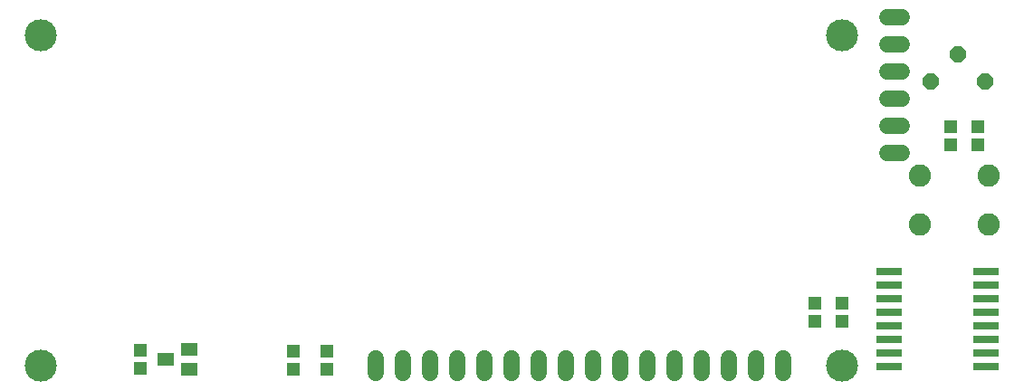
<source format=gts>
G75*
%MOIN*%
%OFA0B0*%
%FSLAX24Y24*%
%IPPOS*%
%LPD*%
%AMOC8*
5,1,8,0,0,1.08239X$1,22.5*
%
%ADD10R,0.0980X0.0300*%
%ADD11C,0.0595*%
%ADD12C,0.1182*%
%ADD13R,0.0631X0.0474*%
%ADD14R,0.0513X0.0474*%
%ADD15OC8,0.0600*%
%ADD16C,0.0820*%
%ADD17R,0.0474X0.0513*%
%ADD18C,0.0600*%
D10*
X032400Y001180D03*
X032400Y001680D03*
X032400Y002180D03*
X032400Y002680D03*
X032400Y003180D03*
X032400Y003680D03*
X032400Y004180D03*
X032400Y004680D03*
X035960Y004680D03*
X035960Y004180D03*
X035960Y003680D03*
X035960Y003180D03*
X035960Y002680D03*
X035960Y002180D03*
X035960Y001680D03*
X035960Y001180D03*
D11*
X028507Y000964D02*
X028507Y001479D01*
X027507Y001479D02*
X027507Y000964D01*
X026507Y000964D02*
X026507Y001479D01*
X025507Y001479D02*
X025507Y000964D01*
X024507Y000964D02*
X024507Y001479D01*
X023507Y001479D02*
X023507Y000964D01*
X022507Y000964D02*
X022507Y001479D01*
X021507Y001479D02*
X021507Y000964D01*
X020507Y000964D02*
X020507Y001479D01*
X019507Y001479D02*
X019507Y000964D01*
X018507Y000964D02*
X018507Y001479D01*
X017507Y001479D02*
X017507Y000964D01*
X016507Y000964D02*
X016507Y001479D01*
X015507Y001479D02*
X015507Y000964D01*
X014507Y000964D02*
X014507Y001479D01*
X013507Y001479D02*
X013507Y000964D01*
D12*
X001160Y001221D03*
X030656Y001221D03*
X030656Y013395D03*
X001160Y013395D03*
D13*
X006628Y001828D03*
X005761Y001454D03*
X006628Y001080D03*
D14*
X004845Y001119D03*
X004845Y001788D03*
X010465Y001741D03*
X011715Y001741D03*
X011715Y001072D03*
X010465Y001072D03*
X034680Y009345D03*
X035680Y009345D03*
X035680Y010015D03*
X034680Y010015D03*
D15*
X033930Y011680D03*
X035930Y011680D03*
X034930Y012680D03*
D16*
X036082Y008204D03*
X033522Y008204D03*
X033522Y006424D03*
X036082Y006424D03*
D17*
X030680Y003515D03*
X029680Y003515D03*
X029680Y002845D03*
X030680Y002845D03*
D18*
X032335Y009054D02*
X032855Y009054D01*
X032855Y010054D02*
X032335Y010054D01*
X032335Y011054D02*
X032855Y011054D01*
X032855Y012054D02*
X032335Y012054D01*
X032335Y013054D02*
X032855Y013054D01*
X032855Y014054D02*
X032335Y014054D01*
M02*

</source>
